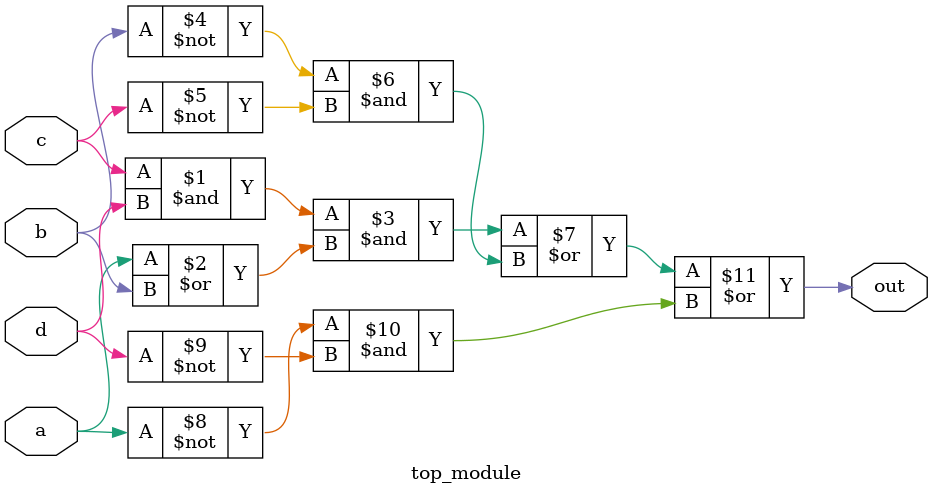
<source format=v>
module top_module(
    input a,
    input b,
    input c,
    input d,
    output out  ); 
    assign out = (c&d&(a|b)) | (~b&~c) | (~a&~d); 
endmodule


</source>
